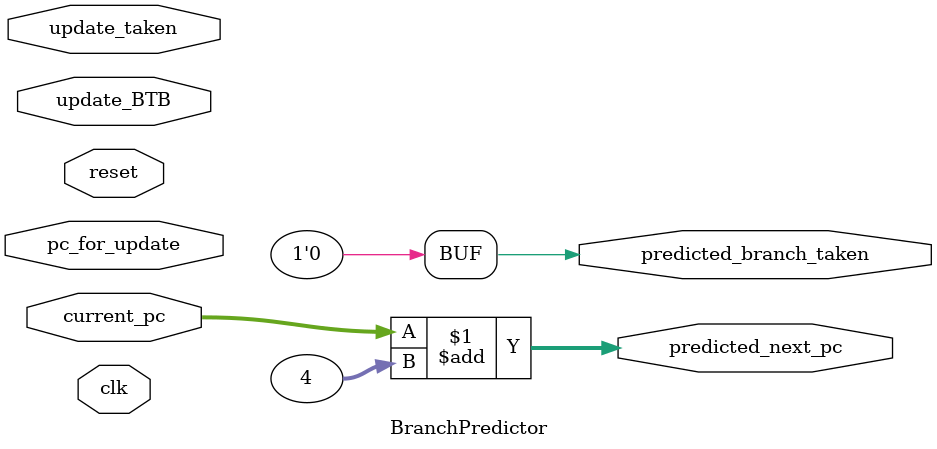
<source format=v>
module BranchPredictor(
    input reset,
	input clk,
	input [31:0] pc_for_update,
	input [31:0] update_BTB,
	input update_taken,
	input [31:0] current_pc,
	output [31:0] predicted_next_pc,
    output predicted_branch_taken
	);

	// Note that the update part is synchronous, while the prediction part is asynchronous

	// Always not taken
	assign predicted_next_pc = current_pc + 4;
	assign predicted_branch_taken = 1'b0;

	reg [31:0] last_update_pc;
    reg        last_update_taken;
    reg [31:0] last_update_next_pc;
	
	always @(posedge clk) begin
        if (reset) begin
            last_update_pc        <= 32'b0;
            last_update_taken     <= 1'b0;
            last_update_next_pc   <= 32'b0;
        end else begin
            last_update_pc        <= pc_for_update;
            last_update_taken     <= update_taken;
            last_update_next_pc   <= update_BTB;
        end
    end



	/*
	always @(posedge clk) begin
		if (reset) begin
			current_pc <= 0;
		end
		else if (!is_stall) begin
			current_pc <= next_pc;
		end
	end
	*/
endmodule 

</source>
